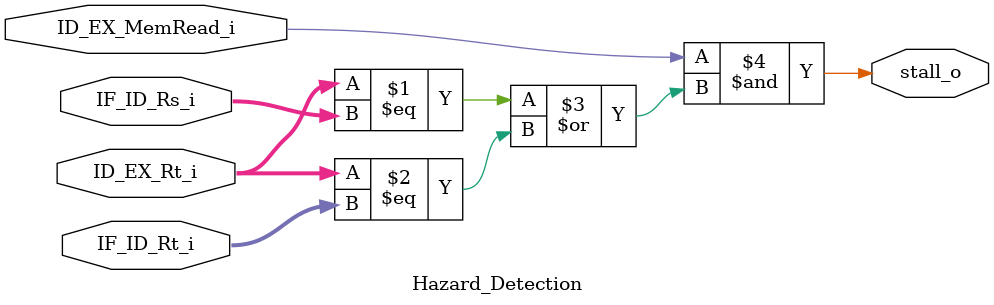
<source format=v>
module Hazard_Detection
(
	ID_EX_MemRead_i,
	ID_EX_Rt_i,
	IF_ID_Rs_i,
	IF_ID_Rt_i,
	stall_o
);

input			ID_EX_MemRead_i ;
input	[4:0]	ID_EX_Rt_i ;
input	[4:0]	IF_ID_Rs_i ;
input	[4:0]	IF_ID_Rt_i ;
output			stall_o ;

assign stall_o = ID_EX_MemRead_i & 
				((ID_EX_Rt_i == IF_ID_Rs_i) | (ID_EX_Rt_i == IF_ID_Rt_i)) ;

endmodule
</source>
